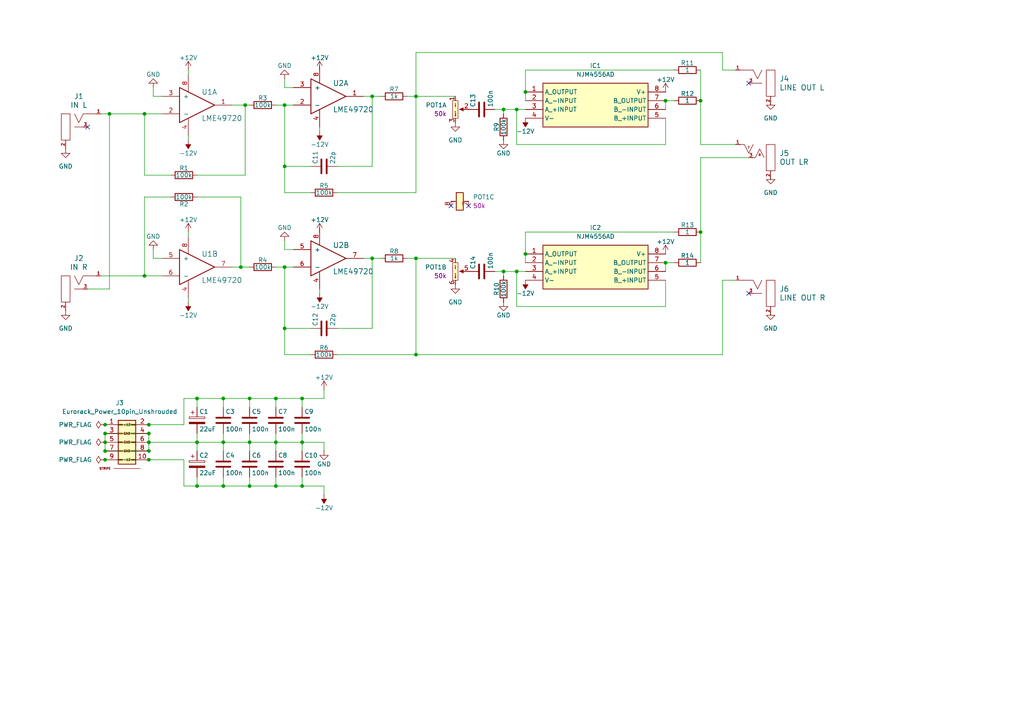
<source format=kicad_sch>
(kicad_sch (version 20231120) (generator "eeschema") (generator_version "8.0")
  (paper "A4")
  (lib_symbols
    (symbol "Device:C" (pin_numbers hide) (pin_names (offset 0.254))
      (property "Reference" "C" (at 0.635 2.54 0))
      (property "Value" "C" (at 0.635 -2.54 0))
      (symbol "C_0_1"
        (polyline (pts (xy -2.032 -0.762) (xy 2.032 -0.762)) (stroke (width 0.508)))
        (polyline (pts (xy -2.032 0.762) (xy 2.032 0.762)) (stroke (width 0.508)))
      )
      (symbol "C_1_1"
        (pin passive line (at 0 3.81 270) (length 2.794) (name "~") (number "1"))
        (pin passive line (at 0 -3.81 90) (length 2.794) (name "~") (number "2"))
      )
    )
    (symbol "Device:C_Polarized" (pin_numbers hide) (pin_names (offset 0.254))
      (property "Reference" "C" (at 0.635 2.54 0))
      (property "Value" "C_Polarized" (at 0.635 -2.54 0))
      (symbol "C_Polarized_0_1"
        (rectangle (start -2.286 0.508) (end 2.286 1.016))
        (polyline (pts (xy -1.778 2.286) (xy -0.762 2.286)))
        (polyline (pts (xy -1.27 2.794) (xy -1.27 1.778)))
        (rectangle (start 2.286 -0.508) (end -2.286 -1.016) (fill (type outline)))
      )
      (symbol "C_Polarized_1_1"
        (pin passive line (at 0 3.81 270) (length 2.794) (name "~") (number "1"))
        (pin passive line (at 0 -3.81 90) (length 2.794) (name "~") (number "2"))
      )
    )
    (symbol "Device:R" (pin_numbers hide) (pin_names (offset 0))
      (property "Reference" "R" (at 2.032 0 90))
      (property "Value" "R" (at 0 0 90))
      (symbol "R_0_1"
        (rectangle (start -1.016 -2.54) (end 1.016 2.54) (stroke (width 0.254)))
      )
      (symbol "R_1_1"
        (pin passive line (at 0 3.81 270) (length 1.27) (name "~") (number "1"))
        (pin passive line (at 0 -3.81 90) (length 1.27) (name "~") (number "2"))
      )
    )
    (symbol "Library:NJM4556AV-TE1"
      (property "Reference" "IC" (at 36.83 7.62 0))
      (property "Value" "NJM4556AV-TE1" (at 36.83 5.08 0))
      (symbol "NJM4556AV-TE1_1_1"
        (rectangle (start 5.08 2.54) (end 35.56 -10.16) (stroke (width 0.254)) (fill (type background)))
        (pin passive line (at 0 0 0) (length 5.08) (name "A_OUTPUT") (number "1"))
        (pin passive line (at 0 -2.54 0) (length 5.08) (name "A_-INPUT") (number "2"))
        (pin passive line (at 0 -5.08 0) (length 5.08) (name "A_+INPUT") (number "3"))
        (pin passive line (at 0 -7.62 0) (length 5.08) (name "V-") (number "4"))
        (pin passive line (at 40.64 -7.62 180) (length 5.08) (name "B_+INPUT") (number "5"))
        (pin passive line (at 40.64 -5.08 180) (length 5.08) (name "B_-INPUT") (number "6"))
        (pin passive line (at 40.64 -2.54 180) (length 5.08) (name "B_OUTPUT") (number "7"))
        (pin passive line (at 40.64 0 180) (length 5.08) (name "V+") (number "8"))
      )
    )
    (symbol "PCM_4ms_Connector:Eurorack_Power_10pin_Unshrouded" (pin_names (offset 0.0254) hide)
      (property "Reference" "J" (at 0 3.81 0))
      (property "Value" "Eurorack_Power_10pin_Unshrouded" (at 0 6.35 0))
      (symbol "Eurorack_Power_10pin_Unshrouded_0_0"
        (text "+12" (at 0 1.27 0) (effects (font (size 0.635 0.635))))
        (text "-12" (at 0 -8.89 0) (effects (font (size 0.635 0.635))))
        (text "GND" (at 0 -6.35 0) (effects (font (size 0.635 0.635))))
        (text "GND" (at 0 -3.81 0) (effects (font (size 0.635 0.635))))
        (text "GND" (at 0 -1.27 0) (effects (font (size 0.635 0.635))))
        (text "STRIPE" (at -6.35 -11.43 0) (effects (font (size 0.635 0.635))))
      )
      (symbol "Eurorack_Power_10pin_Unshrouded_0_1"
        (rectangle (start -2.54 -10.16) (end 2.54 2.54) (stroke (width 0.254)) (fill (type background)))
        (rectangle (start -2.54 -8.763) (end -1.27 -9.017))
        (rectangle (start -2.54 -6.223) (end -1.27 -6.477))
        (rectangle (start -2.54 -3.683) (end -1.27 -3.937))
        (rectangle (start -2.54 -1.143) (end -1.27 -1.397))
        (rectangle (start -2.54 1.397) (end -1.27 1.143))
        (polyline (pts (xy -3.81 -11.43) (xy 3.81 -11.43) (xy 1.27 -11.43)))
        (rectangle (start 1.27 -8.763) (end 2.54 -9.017))
        (rectangle (start 1.27 -6.223) (end 2.54 -6.477))
        (rectangle (start 1.27 -3.683) (end 2.54 -3.937))
        (rectangle (start 1.27 -1.143) (end 2.54 -1.397))
        (rectangle (start 1.27 1.397) (end 2.54 1.143))
      )
      (symbol "Eurorack_Power_10pin_Unshrouded_1_1"
        (pin passive line (at -6.35 1.27 0) (length 3.81) (name "+12V") (number "1"))
        (pin passive line (at 6.35 -8.89 180) (length 3.81) (name "-12V") (number "10"))
        (pin passive line (at 6.35 1.27 180) (length 3.81) (name "+12V") (number "2"))
        (pin passive line (at -6.35 -1.27 0) (length 3.81) (name "GND") (number "3"))
        (pin passive line (at 6.35 -1.27 180) (length 3.81) (name "GND") (number "4"))
        (pin passive line (at -6.35 -3.81 0) (length 3.81) (name "GND") (number "5"))
        (pin passive line (at 6.35 -3.81 180) (length 3.81) (name "GND") (number "6"))
        (pin passive line (at -6.35 -6.35 0) (length 3.81) (name "GND") (number "7"))
        (pin passive line (at 6.35 -6.35 180) (length 3.81) (name "GND") (number "8"))
        (pin passive line (at -6.35 -8.89 0) (length 3.81) (name "-12V") (number "9"))
      )
    )
    (symbol "PCM_4ms_Jack:3.5mm_Mono_Switched_sm" (pin_names (offset 0) hide)
      (property "Reference" "J" (at -7.62 8.89 0))
      (property "Value" "3.5mm_Mono_Switched_sm" (at 6.35 6.604 0))
      (symbol "3.5mm_Mono_Switched_sm_0_0"
        (rectangle (start -6.35 5.08) (end -3.81 -2.54))
        (polyline (pts (xy -2.54 1.27) (xy 0 1.27)))
        (polyline (pts (xy -2.54 5.08) (xy -1.27 2.54) (xy 0 5.08) (xy 3.81 5.08)))
      )
      (symbol "3.5mm_Mono_Switched_sm_1_1"
        (pin passive line (at 5.08 5.08 180) (length 1.27) (name "SIG") (number "1"))
        (pin passive line (at -5.08 -5.08 90) (length 2.54) (name "SHEILD") (number "2"))
        (pin passive line (at 1.27 1.27 180) (length 1.27) (name "SW") (number "3"))
      )
    )
    (symbol "PCM_4ms_Jack:3.5mm_Stereo_sm" (pin_names (offset 0) hide)
      (property "Reference" "J" (at -6.35 8.89 0))
      (property "Value" "3.5mm_Stereo_sm" (at -6.35 6.35 0))
      (symbol "3.5mm_Stereo_sm_0_0"
        (rectangle (start -6.35 3.81) (end -3.81 -3.81))
        (polyline (pts (xy 0 3.81) (xy 1.27 1.27) (xy 2.54 3.81) (xy 3.937 3.81)))
        (text "R" (at -1.905 0.762 0) (effects (font (size 0.635 0.635))))
        (text "T" (at 1.27 2.921 0) (effects (font (size 0.635 0.635))))
      )
      (symbol "3.5mm_Stereo_sm_1_1"
        (polyline (pts (xy -3.175 0) (xy -1.905 2.54) (xy -0.635 0) (xy 0.762 0)))
        (pin passive line (at 5.08 3.81 180) (length 1.27) (name "SIG") (number "1"))
        (pin passive line (at -5.08 -6.35 90) (length 2.54) (name "SHEILD") (number "2"))
        (pin passive line (at 1.27 0 180) (length 1.27) (name "SW") (number "3"))
      )
    )
    (symbol "PCM_4ms_Potentiometer:9mm_Dual_50k_DShaft_DualRow" (pin_names (offset 1.016) hide)
      (property "Reference" "POT" (at -7.62 2.54 90))
      (property "Display" "50k" (at 0 0 0))
      (symbol "9mm_Dual_50k_DShaft_DualRow_1_1"
        (rectangle (start -0.762 2.54) (end 0.762 -2.54) (fill (type background)))
        (polyline (pts (xy 2.54 0) (xy 1.524 0)))
        (polyline (pts (xy 1.143 0) (xy 2.286 0.508) (xy 2.286 -0.508)) (fill (type outline)))
        (text "Left/1" (at 0 1.27 900) (effects (font (size 0.254 0.254))))
        (text "Right/3" (at 0 -1.27 900) (effects (font (size 0.254 0.254))))
        (pin passive line (at 0 3.81 270) (length 1.27) (name "Left") (number "1"))
        (pin passive line (at 3.81 0 180) (length 1.27) (name "Center") (number "2"))
        (pin passive line (at 0 -3.81 90) (length 1.27) (name "Right") (number "3"))
      )
      (symbol "9mm_Dual_50k_DShaft_DualRow_2_1"
        (rectangle (start -0.762 2.54) (end 0.762 -2.54) (fill (type background)))
        (polyline (pts (xy 2.54 0) (xy 1.524 0)))
        (polyline (pts (xy 1.143 0) (xy 2.286 0.508) (xy 2.286 -0.508)) (fill (type outline)))
        (text "Left/1" (at 0 1.27 900) (effects (font (size 0.254 0.254))))
        (text "Right/3" (at 0 -1.27 900) (effects (font (size 0.254 0.254))))
        (pin passive line (at 0 3.81 270) (length 1.27) (name "Left") (number "4"))
        (pin passive line (at 3.81 0 180) (length 1.27) (name "Center") (number "5"))
        (pin passive line (at 0 -3.81 90) (length 1.27) (name "Right") (number "6"))
      )
      (symbol "9mm_Dual_50k_DShaft_DualRow_3_1"
        (rectangle (start -2.54 1.27) (end -1.27 1.27) (stroke (width 0.254)))
        (rectangle (start 1.016 3.81) (end -1.016 -1.27) (stroke (width 0.254)) (fill (type background)))
        (rectangle (start 1.27 1.27) (end 2.54 1.27) (stroke (width 0.254)))
        (pin passive line (at 2.54 0 90) (length 1.27) (name "SHELL-2") (number "7"))
        (pin passive line (at -2.54 0 90) (length 1.27) (name "SHELL-1") (number "8"))
      )
    )
    (symbol "lme49720:LME49720" (pin_names (offset 1.016))
      (property "Reference" "U" (at 3.81 3.81 0))
      (property "Value" "LME49720" (at 3.81 -3.81 0))
      (symbol "LME49720_0_1"
        (polyline (pts (xy 7.62 0) (xy -2.54 -5.08) (xy -2.54 5.08) (xy 7.62 0)) (stroke (width 0.254)))
        (pin power_in line (at 0 -8.89 90) (length 5.08) (name "~") (number "4"))
        (pin power_in line (at 0 8.89 270) (length 5.08) (name "~") (number "8"))
      )
      (symbol "LME49720_1_1"
        (pin output line (at 12.7 0 180) (length 5.08) (name "~") (number "1"))
        (pin input line (at -7.62 -2.54 0) (length 5.08) (name "-") (number "2"))
        (pin input line (at -7.62 2.54 0) (length 5.08) (name "+") (number "3"))
      )
      (symbol "LME49720_2_1"
        (pin input line (at -7.62 2.54 0) (length 5.08) (name "+") (number "5"))
        (pin input line (at -7.62 -2.54 0) (length 5.08) (name "-") (number "6"))
        (pin output line (at 12.7 0 180) (length 5.08) (name "~") (number "7"))
      )
    )
    (symbol "power:+12V" (power) (pin_numbers hide) (pin_names (offset 0) hide)
      (property "Value" "+12V" (at 0 3.556 0))
      (symbol "+12V_0_1"
        (polyline (pts (xy -0.762 1.27) (xy 0 2.54)))
        (polyline (pts (xy 0 0) (xy 0 2.54)))
        (polyline (pts (xy 0 2.54) (xy 0.762 1.27)))
      )
      (symbol "+12V_1_1"
        (pin power_in line (at 0 0 90) (length 0) (name "~") (number "1"))
      )
    )
    (symbol "power:-12V" (power) (pin_numbers hide) (pin_names (offset 0) hide)
      (property "Value" "-12V" (at 0 3.556 0))
      (symbol "-12V_0_0"
        (pin power_in line (at 0 0 90) (length 0) (name "~") (number "1"))
      )
      (symbol "-12V_0_1"
        (polyline (pts (xy 0 0) (xy 0 1.27) (xy 0.762 1.27) (xy 0 2.54) (xy -0.762 1.27) (xy 0 1.27)) (fill (type outline)))
      )
    )
    (symbol "power:GND" (power) (pin_numbers hide) (pin_names (offset 0) hide)
      (property "Value" "GND" (at 0 -3.81 0))
      (symbol "GND_0_1"
        (polyline (pts (xy 0 0) (xy 0 -1.27) (xy 1.27 -1.27) (xy 0 -2.54) (xy -1.27 -1.27) (xy 0 -1.27)))
      )
      (symbol "GND_1_1"
        (pin power_in line (at 0 0 270) (length 0) (name "~") (number "1"))
      )
    )
    (symbol "power:PWR_FLAG" (power) (pin_numbers hide) (pin_names (offset 0) hide)
      (property "Value" "PWR_FLAG" (at 0 3.81 0))
      (symbol "PWR_FLAG_0_0"
        (pin power_out line (at 0 0 90) (length 0) (name "~") (number "1"))
      )
      (symbol "PWR_FLAG_0_1"
        (polyline (pts (xy 0 0) (xy 0 1.27) (xy -1.016 1.905) (xy 0 2.54) (xy 1.016 1.905) (xy 0 1.27)))
      )
    )
  )
  (junction (at 149.86 78.74))
  (junction (at 71.12 30.48))
  (junction (at 57.15 140.97))
  (junction (at 64.77 115.57))
  (junction (at 107.95 27.94))
  (junction (at 30.48 130.81))
  (junction (at 43.18 125.73))
  (junction (at 57.15 115.57))
  (junction (at 80.01 128.27))
  (junction (at 120.65 74.93))
  (junction (at 82.55 95.25))
  (junction (at 64.77 128.27))
  (junction (at 43.18 133.35))
  (junction (at 203.2 29.21))
  (junction (at 30.48 123.19))
  (junction (at 146.05 31.75))
  (junction (at 87.63 128.27))
  (junction (at 43.18 128.27))
  (junction (at 203.2 67.31))
  (junction (at 80.01 115.57))
  (junction (at 30.48 133.35))
  (junction (at 120.65 102.87))
  (junction (at 82.55 48.26))
  (junction (at 120.65 27.94))
  (junction (at 146.05 78.74))
  (junction (at 87.63 115.57))
  (junction (at 82.55 30.48))
  (junction (at 69.85 77.47))
  (junction (at 149.86 31.75))
  (junction (at 152.4 26.67))
  (junction (at 80.01 140.97))
  (junction (at 87.63 140.97))
  (junction (at 41.91 33.02))
  (junction (at 193.04 76.2))
  (junction (at 82.55 77.47))
  (junction (at 72.39 115.57))
  (junction (at 64.77 140.97))
  (junction (at 72.39 128.27))
  (junction (at 152.4 73.66))
  (junction (at 193.04 29.21))
  (junction (at 30.48 125.73))
  (junction (at 107.95 74.93))
  (junction (at 41.91 80.01))
  (junction (at 30.48 128.27))
  (junction (at 43.18 123.19))
  (junction (at 43.18 130.81))
  (junction (at 57.15 128.27))
  (junction (at 31.75 33.02))
  (junction (at 72.39 140.97))
  (no_connect (at 217.17 85.09))
  (no_connect (at 25.4 36.83))
  (no_connect (at 130.81 59.69))
  (no_connect (at 217.17 24.13))
  (no_connect (at 135.89 59.69))
  (wire (pts (xy 43.18 123.19) (xy 53.34 123.19)))
  (wire (pts (xy 203.2 20.32) (xy 203.2 29.21)))
  (wire (pts (xy 152.4 26.67) (xy 152.4 29.21)))
  (wire (pts (xy 53.34 115.57) (xy 57.15 115.57)))
  (wire (pts (xy 64.77 115.57) (xy 64.77 118.11)))
  (wire (pts (xy 80.01 125.73) (xy 80.01 128.27)))
  (wire (pts (xy 149.86 78.74) (xy 152.4 78.74)))
  (wire (pts (xy 80.01 128.27) (xy 87.63 128.27)))
  (wire (pts (xy 209.55 81.28) (xy 213.36 81.28)))
  (wire (pts (xy 44.45 25.4) (xy 44.45 27.94)))
  (wire (pts (xy 193.04 76.2) (xy 195.58 76.2)))
  (wire (pts (xy 193.04 78.74) (xy 193.04 76.2)))
  (wire (pts (xy 120.65 27.94) (xy 132.08 27.94)))
  (wire (pts (xy 57.15 128.27) (xy 64.77 128.27)))
  (wire (pts (xy 82.55 95.25) (xy 82.55 102.87)))
  (wire (pts (xy 43.18 125.73) (xy 43.18 128.27)))
  (wire (pts (xy 120.65 27.94) (xy 120.65 15.24)))
  (wire (pts (xy 57.15 128.27) (xy 57.15 130.81)))
  (wire (pts (xy 69.85 77.47) (xy 72.39 77.47)))
  (wire (pts (xy 209.55 20.32) (xy 213.36 20.32)))
  (wire (pts (xy 64.77 140.97) (xy 72.39 140.97)))
  (wire (pts (xy 82.55 72.39) (xy 85.09 72.39)))
  (wire (pts (xy 120.65 55.88) (xy 97.79 55.88)))
  (wire (pts (xy 193.04 29.21) (xy 195.58 29.21)))
  (wire (pts (xy 120.65 15.24) (xy 209.55 15.24)))
  (wire (pts (xy 149.86 31.75) (xy 152.4 31.75)))
  (wire (pts (xy 80.01 140.97) (xy 87.63 140.97)))
  (wire (pts (xy 203.2 67.31) (xy 203.2 76.2)))
  (wire (pts (xy 43.18 128.27) (xy 57.15 128.27)))
  (wire (pts (xy 82.55 102.87) (xy 90.17 102.87)))
  (wire (pts (xy 69.85 77.47) (xy 69.85 57.15)))
  (wire (pts (xy 209.55 102.87) (xy 209.55 81.28)))
  (wire (pts (xy 118.11 74.93) (xy 120.65 74.93)))
  (wire (pts (xy 53.34 140.97) (xy 57.15 140.97)))
  (wire (pts (xy 82.55 55.88) (xy 90.17 55.88)))
  (wire (pts (xy 30.48 133.35) (xy 43.18 133.35)))
  (wire (pts (xy 93.98 140.97) (xy 93.98 143.51)))
  (wire (pts (xy 92.71 36.83) (xy 92.71 38.1)))
  (wire (pts (xy 41.91 33.02) (xy 46.99 33.02)))
  (wire (pts (xy 30.48 123.19) (xy 43.18 123.19)))
  (wire (pts (xy 30.48 125.73) (xy 30.48 128.27)))
  (wire (pts (xy 92.71 20.32) (xy 92.71 19.05)))
  (wire (pts (xy 57.15 140.97) (xy 64.77 140.97)))
  (wire (pts (xy 30.48 128.27) (xy 43.18 128.27)))
  (wire (pts (xy 107.95 74.93) (xy 110.49 74.93)))
  (wire (pts (xy 149.86 88.9) (xy 193.04 88.9)))
  (wire (pts (xy 87.63 128.27) (xy 87.63 130.81)))
  (wire (pts (xy 41.91 57.15) (xy 49.53 57.15)))
  (wire (pts (xy 31.75 33.02) (xy 41.91 33.02)))
  (wire (pts (xy 54.61 39.37) (xy 54.61 40.64)))
  (wire (pts (xy 80.01 138.43) (xy 80.01 140.97)))
  (wire (pts (xy 31.75 83.82) (xy 25.4 83.82)))
  (wire (pts (xy 107.95 95.25) (xy 107.95 74.93)))
  (wire (pts (xy 223.52 50.8) (xy 223.52 52.07)))
  (wire (pts (xy 64.77 125.73) (xy 64.77 128.27)))
  (wire (pts (xy 143.51 31.75) (xy 146.05 31.75)))
  (wire (pts (xy 72.39 128.27) (xy 80.01 128.27)))
  (wire (pts (xy 43.18 128.27) (xy 43.18 130.81)))
  (wire (pts (xy 64.77 128.27) (xy 64.77 130.81)))
  (wire (pts (xy 71.12 30.48) (xy 72.39 30.48)))
  (wire (pts (xy 82.55 25.4) (xy 85.09 25.4)))
  (wire (pts (xy 193.04 31.75) (xy 193.04 29.21)))
  (wire (pts (xy 118.11 27.94) (xy 120.65 27.94)))
  (wire (pts (xy 97.79 48.26) (xy 107.95 48.26)))
  (wire (pts (xy 90.17 95.25) (xy 82.55 95.25)))
  (wire (pts (xy 193.04 41.91) (xy 193.04 34.29)))
  (wire (pts (xy 146.05 78.74) (xy 146.05 80.01)))
  (wire (pts (xy 203.2 45.72) (xy 217.17 45.72)))
  (wire (pts (xy 67.31 77.47) (xy 69.85 77.47)))
  (wire (pts (xy 72.39 128.27) (xy 72.39 130.81)))
  (wire (pts (xy 67.31 30.48) (xy 71.12 30.48)))
  (wire (pts (xy 152.4 67.31) (xy 195.58 67.31)))
  (wire (pts (xy 80.01 128.27) (xy 80.01 130.81)))
  (wire (pts (xy 69.85 57.15) (xy 57.15 57.15)))
  (wire (pts (xy 90.17 48.26) (xy 82.55 48.26)))
  (wire (pts (xy 64.77 115.57) (xy 72.39 115.57)))
  (wire (pts (xy 203.2 41.91) (xy 213.36 41.91)))
  (wire (pts (xy 82.55 48.26) (xy 82.55 55.88)))
  (wire (pts (xy 44.45 72.39) (xy 44.45 74.93)))
  (wire (pts (xy 31.75 33.02) (xy 31.75 83.82)))
  (wire (pts (xy 80.01 115.57) (xy 87.63 115.57)))
  (wire (pts (xy 120.65 74.93) (xy 120.65 102.87)))
  (wire (pts (xy 30.48 130.81) (xy 43.18 130.81)))
  (wire (pts (xy 152.4 20.32) (xy 152.4 26.67)))
  (wire (pts (xy 146.05 31.75) (xy 149.86 31.75)))
  (wire (pts (xy 57.15 125.73) (xy 57.15 128.27)))
  (wire (pts (xy 92.71 83.82) (xy 92.71 85.09)))
  (wire (pts (xy 72.39 140.97) (xy 80.01 140.97)))
  (wire (pts (xy 107.95 27.94) (xy 110.49 27.94)))
  (wire (pts (xy 87.63 115.57) (xy 87.63 118.11)))
  (wire (pts (xy 105.41 74.93) (xy 107.95 74.93)))
  (wire (pts (xy 41.91 33.02) (xy 41.91 50.8)))
  (wire (pts (xy 87.63 125.73) (xy 87.63 128.27)))
  (wire (pts (xy 80.01 77.47) (xy 82.55 77.47)))
  (wire (pts (xy 72.39 115.57) (xy 80.01 115.57)))
  (wire (pts (xy 29.21 80.01) (xy 41.91 80.01)))
  (wire (pts (xy 152.4 20.32) (xy 195.58 20.32)))
  (wire (pts (xy 143.51 78.74) (xy 146.05 78.74)))
  (wire (pts (xy 193.04 88.9) (xy 193.04 81.28)))
  (wire (pts (xy 82.55 30.48) (xy 85.09 30.48)))
  (wire (pts (xy 120.65 102.87) (xy 209.55 102.87)))
  (wire (pts (xy 82.55 30.48) (xy 82.55 48.26)))
  (wire (pts (xy 203.2 29.21) (xy 203.2 41.91)))
  (wire (pts (xy 82.55 69.85) (xy 82.55 72.39)))
  (wire (pts (xy 53.34 133.35) (xy 53.34 140.97)))
  (wire (pts (xy 54.61 20.32) (xy 54.61 21.59)))
  (wire (pts (xy 223.52 90.17) (xy 223.52 91.44)))
  (wire (pts (xy 223.52 29.21) (xy 223.52 30.48)))
  (wire (pts (xy 30.48 125.73) (xy 43.18 125.73)))
  (wire (pts (xy 57.15 138.43) (xy 57.15 140.97)))
  (wire (pts (xy 43.18 133.35) (xy 53.34 133.35)))
  (wire (pts (xy 44.45 27.94) (xy 46.99 27.94)))
  (wire (pts (xy 71.12 50.8) (xy 57.15 50.8)))
  (wire (pts (xy 41.91 80.01) (xy 41.91 57.15)))
  (wire (pts (xy 92.71 67.31) (xy 92.71 66.04)))
  (wire (pts (xy 149.86 41.91) (xy 193.04 41.91)))
  (wire (pts (xy 203.2 45.72) (xy 203.2 67.31)))
  (wire (pts (xy 146.05 31.75) (xy 146.05 33.02)))
  (wire (pts (xy 54.61 67.31) (xy 54.61 68.58)))
  (wire (pts (xy 87.63 115.57) (xy 93.98 115.57)))
  (wire (pts (xy 87.63 140.97) (xy 93.98 140.97)))
  (wire (pts (xy 57.15 115.57) (xy 64.77 115.57)))
  (wire (pts (xy 82.55 77.47) (xy 82.55 95.25)))
  (wire (pts (xy 41.91 80.01) (xy 46.99 80.01)))
  (wire (pts (xy 93.98 115.57) (xy 93.98 113.03)))
  (wire (pts (xy 149.86 88.9) (xy 149.86 78.74)))
  (wire (pts (xy 49.53 50.8) (xy 41.91 50.8)))
  (wire (pts (xy 71.12 30.48) (xy 71.12 50.8)))
  (wire (pts (xy 64.77 138.43) (xy 64.77 140.97)))
  (wire (pts (xy 82.55 22.86) (xy 82.55 25.4)))
  (wire (pts (xy 80.01 30.48) (xy 82.55 30.48)))
  (wire (pts (xy 72.39 140.97) (xy 72.39 138.43)))
  (wire (pts (xy 57.15 115.57) (xy 57.15 118.11)))
  (wire (pts (xy 87.63 128.27) (xy 93.98 128.27)))
  (wire (pts (xy 44.45 74.93) (xy 46.99 74.93)))
  (wire (pts (xy 80.01 115.57) (xy 80.01 118.11)))
  (wire (pts (xy 82.55 77.47) (xy 85.09 77.47)))
  (wire (pts (xy 152.4 67.31) (xy 152.4 73.66)))
  (wire (pts (xy 30.48 128.27) (xy 30.48 130.81)))
  (wire (pts (xy 120.65 74.93) (xy 132.08 74.93)))
  (wire (pts (xy 149.86 41.91) (xy 149.86 31.75)))
  (wire (pts (xy 97.79 95.25) (xy 107.95 95.25)))
  (wire (pts (xy 72.39 115.57) (xy 72.39 118.11)))
  (wire (pts (xy 29.21 33.02) (xy 31.75 33.02)))
  (wire (pts (xy 209.55 15.24) (xy 209.55 20.32)))
  (wire (pts (xy 105.41 27.94) (xy 107.95 27.94)))
  (wire (pts (xy 93.98 128.27) (xy 93.98 130.81)))
  (wire (pts (xy 87.63 138.43) (xy 87.63 140.97)))
  (wire (pts (xy 146.05 78.74) (xy 149.86 78.74)))
  (wire (pts (xy 152.4 73.66) (xy 152.4 76.2)))
  (wire (pts (xy 53.34 123.19) (xy 53.34 115.57)))
  (wire (pts (xy 54.61 86.36) (xy 54.61 87.63)))
  (wire (pts (xy 107.95 48.26) (xy 107.95 27.94)))
  (wire (pts (xy 64.77 128.27) (xy 72.39 128.27)))
  (wire (pts (xy 120.65 27.94) (xy 120.65 55.88)))
  (wire (pts (xy 97.79 102.87) (xy 120.65 102.87)))
  (wire (pts (xy 72.39 125.73) (xy 72.39 128.27)))
  (symbol (lib_id "power:+12V") (at 54.61 20.32 0) (unit 1)
    (property "Reference" "#PWR05" (effects (hide yes)))
    (property "Value" "+12V" (at 54.61 16.764 0))
    (property "Description" "Power symbol creates a global label with name \"+12V\"" (effects (hide yes)))
  )
  (symbol (lib_id "power:GND") (at 44.45 25.4 180) (unit 1)
    (property "Reference" "#PWR03" (effects (hide yes)))
    (property "Value" "GND" (at 44.45 21.59 0))
    (property "Description" "Power symbol creates a global label with name \"GND\" , ground" (effects (hide yes)))
  )
  (symbol (lib_id "PCM_4ms_Jack:3.5mm_Mono_Switched_sm") (at 24.13 38.1 0) (unit 1)
    (property "Reference" "J1" (at 22.86 27.94 0) (effects (font (size 1.524 1.524))))
    (property "Value" "IN L" (at 22.86 30.48 0) (effects (font (size 1.524 1.524))))
    (property "Footprint" "Library:EighthInch_PJ398SM_3mmNPTH" (effects (hide yes)))
    (property "Description" "Audio 3.5mm Jack, mono, switched, PC-pin Vertical" (effects (hide yes)))
    (property "Specifications" "Audio 3.5mm Jack, mono, switched, PC-pin Vertical" (effects (hide yes)))
    (property "Manufacturer" "Wenzhou QingPu Electronics Co" (effects (hide yes)))
    (property "Part Number" "WQP-WQP518MA" (effects (hide yes)))
  )
  (symbol (lib_id "Device:R") (at 93.98 102.87 90) (unit 1)
    (property "Reference" "R6" (at 93.98 100.838 90))
    (property "Value" "100k" (at 93.98 102.87 90))
    (property "Footprint" "Resistor_THT:R_Axial_DIN0204_L3.6mm_D1.6mm_P5.08mm_Horizontal" (effects (hide yes)))
  )
  (symbol (lib_id "power:GND") (at 93.98 130.81 0) (unit 1)
    (property "Reference" "#PWR016" (effects (hide yes)))
    (property "Value" "GND" (at 93.98 134.62 0))
    (property "Description" "Power symbol creates a global label with name \"GND\" , ground" (effects (hide yes)))
  )
  (symbol (lib_id "power:-12V") (at 93.98 143.51 180) (unit 1)
    (property "Reference" "#PWR017" (effects (hide yes)))
    (property "Value" "-12V" (at 93.98 147.32 0))
    (property "Description" "Power symbol creates a global label with name \"-12V\"" (effects (hide yes)))
  )
  (symbol (lib_id "power:GND") (at 132.08 82.55 0) (unit 1)
    (property "Reference" "#PWR019" (effects (hide yes)))
    (property "Value" "GND" (at 132.08 87.63 0))
    (property "Description" "Power symbol creates a global label with name \"GND\" , ground" (effects (hide yes)))
  )
  (symbol (lib_id "power:GND") (at 82.55 22.86 180) (unit 1)
    (property "Reference" "#PWR09" (effects (hide yes)))
    (property "Value" "GND" (at 82.55 19.05 0))
    (property "Description" "Power symbol creates a global label with name \"GND\" , ground" (effects (hide yes)))
  )
  (symbol (lib_id "Device:C") (at 72.39 134.62 0) (unit 1)
    (property "Reference" "C6" (at 73.025 132.08 0) (effects (justify left)))
    (property "Value" "100n" (at 73.025 137.16 0) (effects (justify left)))
    (property "Footprint" "Capacitor_THT:C_Disc_D3.0mm_W1.6mm_P2.50mm" (effects (hide yes)))
    (property "Description" "100n" (effects (hide yes)))
    (property "Silkscreen Value" "104▼" (effects (hide yes)))
  )
  (symbol (lib_id "power:+12V") (at 92.71 67.31 0) (unit 1)
    (property "Reference" "#PWR013" (effects (hide yes)))
    (property "Value" "+12V" (at 92.71 63.754 0))
    (property "Description" "Power symbol creates a global label with name \"+12V\"" (effects (hide yes)))
  )
  (symbol (lib_id "Device:R") (at 146.05 83.82 180) (unit 1)
    (property "Reference" "R10" (at 144.018 83.82 90))
    (property "Value" "100k" (at 146.05 83.82 90))
    (property "Footprint" "Resistor_THT:R_Axial_DIN0204_L3.6mm_D1.6mm_P5.08mm_Horizontal" (effects (hide yes)))
  )
  (symbol (lib_id "power:GND") (at 19.05 43.18 0) (unit 1)
    (property "Reference" "#PWR01" (effects (hide yes)))
    (property "Value" "GND" (at 19.05 48.26 0))
    (property "Description" "Power symbol creates a global label with name \"GND\" , ground" (effects (hide yes)))
  )
  (symbol (lib_id "power:+12V") (at 93.98 113.03 0) (unit 1)
    (property "Reference" "#PWR015" (effects (hide yes)))
    (property "Value" "+12V" (at 93.98 109.474 0))
    (property "Description" "Power symbol creates a global label with name \"+12V\"" (effects (hide yes)))
  )
  (symbol (lib_id "Device:C") (at 93.98 48.26 90) (unit 1)
    (property "Reference" "C11" (at 91.44 47.625 0) (effects (justify left)))
    (property "Value" "22p" (at 96.52 47.625 0) (effects (justify left)))
    (property "Footprint" "Capacitor_THT:C_Disc_D3.0mm_W1.6mm_P2.50mm" (effects (hide yes)))
    (property "Description" "22p" (effects (hide yes)))
    (property "Silkscreen Value" "▼220" (effects (hide yes)))
  )
  (symbol (lib_id "power:PWR_FLAG") (at 30.48 133.35 90) (unit 1)
    (property "Reference" "#FLG03" (effects (hide yes)))
    (property "Value" "PWR_FLAG" (at 26.67 133.3499 90) (effects (justify left)))
    (property "Description" "Special symbol for telling ERC where power comes from" (effects (hide yes)))
  )
  (symbol (lib_id "PCM_4ms_Potentiometer:9mm_Dual_50k_DShaft_DualRow") (at 133.35 59.69 0) (unit 3)
    (property "Reference" "POT1" (at 137.16 57.1499 0) (effects (justify left)))
    (property "Value" "9mm_Dual_50k_DShaft_DualRow" (effects (hide yes)))
    (property "Footprint" "PCM_4ms_Potentiometer:Potentiometer_Alps_RK09L_Double_Vertical" (effects (hide yes)))
    (property "Description" "50k Linear, 9mm pot, Dual, D-Shaft, Dual Row" (effects (hide yes)))
    (property "Specifications" "50k Linear, 9mm pot, Dual, D-Shaft, Dual Row" (effects (hide yes)))
    (property "Manufacturer" "Top-Up" (effects (hide yes)))
    (property "Part Number" "9M2V5BNB-D-15F-B50K-19WE" (effects (hide yes)))
    (property "Display" "50k" (at 137.16 59.6899 0) (effects (justify left)))
  )
  (symbol (lib_id "power:-12V") (at 92.71 38.1 180) (unit 1)
    (property "Reference" "#PWR012" (effects (hide yes)))
    (property "Value" "-12V" (at 92.71 41.91 0))
    (property "Description" "Power symbol creates a global label with name \"-12V\"" (effects (hide yes)))
  )
  (symbol (lib_id "lme49720:LME49720") (at 92.71 74.93 0) (unit 2)
    (property "Reference" "U2" (at 96.52 71.12 0) (effects (font (size 1.524 1.524)) (justify left)))
    (property "Value" "LME49720" (at 96.52 78.74 0) (effects (font (size 1.524 1.524)) (justify left)))
    (property "Footprint" "Package_DIP:DIP-8_W7.62mm_Socket" (effects (hide yes)))
  )
  (symbol (lib_id "Device:C") (at 87.63 121.92 0) (unit 1)
    (property "Reference" "C9" (at 88.265 119.38 0) (effects (justify left)))
    (property "Value" "100n" (at 88.265 124.46 0) (effects (justify left)))
    (property "Footprint" "Capacitor_THT:C_Disc_D3.0mm_W1.6mm_P2.50mm" (effects (hide yes)))
    (property "Description" "100n" (effects (hide yes)))
    (property "Silkscreen Value" "104▶" (effects (hide yes)))
  )
  (symbol (lib_id "power:PWR_FLAG") (at 30.48 123.19 90) (unit 1)
    (property "Reference" "#FLG01" (effects (hide yes)))
    (property "Value" "PWR_FLAG" (at 26.67 123.1899 90) (effects (justify left)))
    (property "Description" "Special symbol for telling ERC where power comes from" (effects (hide yes)))
  )
  (symbol (lib_id "PCM_4ms_Potentiometer:9mm_Dual_50k_DShaft_DualRow") (at 132.08 31.75 0) (unit 1)
    (property "Reference" "POT1" (at 129.54 30.4799 0) (effects (justify right)))
    (property "Value" "9mm_Dual_50k_DShaft_DualRow" (effects (hide yes)))
    (property "Footprint" "PCM_4ms_Potentiometer:Potentiometer_Alps_RK09L_Double_Vertical" (effects (hide yes)))
    (property "Description" "50k Linear, 9mm pot, Dual, D-Shaft, Dual Row" (effects (hide yes)))
    (property "Specifications" "50k Linear, 9mm pot, Dual, D-Shaft, Dual Row" (effects (hide yes)))
    (property "Manufacturer" "Top-Up" (effects (hide yes)))
    (property "Part Number" "9M2V5BNB-D-15F-B50K-19WE" (effects (hide yes)))
    (property "Display" "50k" (at 129.54 33.0199 0) (effects (justify right)))
  )
  (symbol (lib_id "Device:R") (at 114.3 74.93 90) (unit 1)
    (property "Reference" "R8" (at 114.3 72.898 90))
    (property "Value" "1k" (at 114.3 74.93 90))
    (property "Footprint" "Resistor_THT:R_Axial_DIN0204_L3.6mm_D1.6mm_P5.08mm_Horizontal" (effects (hide yes)))
  )
  (symbol (lib_id "power:GND") (at 146.05 40.64 0) (unit 1)
    (property "Reference" "#PWR020" (effects (hide yes)))
    (property "Value" "GND" (at 146.05 44.45 0))
    (property "Description" "Power symbol creates a global label with name \"GND\" , ground" (effects (hide yes)))
  )
  (symbol (lib_id "power:GND") (at 223.52 29.21 0) (unit 1)
    (property "Reference" "#PWR026" (effects (hide yes)))
    (property "Value" "GND" (at 223.52 34.29 0))
    (property "Description" "Power symbol creates a global label with name \"GND\" , ground" (effects (hide yes)))
  )
  (symbol (lib_id "lme49720:LME49720") (at 54.61 30.48 0) (unit 1)
    (property "Reference" "U1" (at 58.42 26.67 0) (effects (font (size 1.524 1.524)) (justify left)))
    (property "Value" "LME49720" (at 58.42 34.29 0) (effects (font (size 1.524 1.524)) (justify left)))
    (property "Footprint" "Package_DIP:DIP-8_W7.62mm_Socket" (effects (hide yes)))
  )
  (symbol (lib_id "PCM_4ms_Jack:3.5mm_Mono_Switched_sm") (at 24.13 85.09 0) (unit 1)
    (property "Reference" "J2" (at 22.86 74.93 0) (effects (font (size 1.524 1.524))))
    (property "Value" "IN R" (at 22.86 77.47 0) (effects (font (size 1.524 1.524))))
    (property "Footprint" "Library:EighthInch_PJ398SM_3mmNPTH" (effects (hide yes)))
    (property "Description" "Audio 3.5mm Jack, mono, switched, PC-pin Vertical" (effects (hide yes)))
    (property "Specifications" "Audio 3.5mm Jack, mono, switched, PC-pin Vertical" (effects (hide yes)))
    (property "Manufacturer" "Wenzhou QingPu Electronics Co" (effects (hide yes)))
    (property "Part Number" "WQP-WQP518MA" (effects (hide yes)))
  )
  (symbol (lib_id "power:+12V") (at 54.61 67.31 0) (unit 1)
    (property "Reference" "#PWR07" (effects (hide yes)))
    (property "Value" "+12V" (at 54.61 63.754 0))
    (property "Description" "Power symbol creates a global label with name \"+12V\"" (effects (hide yes)))
  )
  (symbol (lib_id "Device:R") (at 76.2 77.47 90) (unit 1)
    (property "Reference" "R4" (at 76.2 75.438 90))
    (property "Value" "100k" (at 76.2 77.47 90))
    (property "Footprint" "Resistor_THT:R_Axial_DIN0204_L3.6mm_D1.6mm_P5.08mm_Horizontal" (effects (hide yes)))
  )
  (symbol (lib_id "power:-12V") (at 152.4 81.28 180) (unit 1)
    (property "Reference" "#PWR023" (effects (hide yes)))
    (property "Value" "-12V" (at 152.4 85.09 0))
    (property "Description" "Power symbol creates a global label with name \"-12V\"" (effects (hide yes)))
  )
  (symbol (lib_id "power:+12V") (at 193.04 26.67 0) (unit 1)
    (property "Reference" "#PWR024" (effects (hide yes)))
    (property "Value" "+12V" (at 193.04 23.114 0))
    (property "Description" "Power symbol creates a global label with name \"+12V\"" (effects (hide yes)))
  )
  (symbol (lib_id "power:GND") (at 82.55 69.85 180) (unit 1)
    (property "Reference" "#PWR010" (effects (hide yes)))
    (property "Value" "GND" (at 82.55 66.04 0))
    (property "Description" "Power symbol creates a global label with name \"GND\" , ground" (effects (hide yes)))
  )
  (symbol (lib_id "Device:R") (at 76.2 30.48 90) (unit 1)
    (property "Reference" "R3" (at 76.2 28.448 90))
    (property "Value" "100k" (at 76.2 30.48 90))
    (property "Footprint" "Resistor_THT:R_Axial_DIN0204_L3.6mm_D1.6mm_P5.08mm_Horizontal" (effects (hide yes)))
  )
  (symbol (lib_id "Device:C") (at 139.7 78.74 90) (unit 1)
    (property "Reference" "C14" (at 137.16 78.105 0) (effects (justify left)))
    (property "Value" "100n" (at 142.24 78.105 0) (effects (justify left)))
    (property "Footprint" "Capacitor_THT:C_Disc_D3.0mm_W1.6mm_P2.50mm" (effects (hide yes)))
    (property "Description" "100n" (effects (hide yes)))
    (property "Silkscreen Value" "▲104" (effects (hide yes)))
  )
  (symbol (lib_id "Device:C") (at 72.39 121.92 0) (unit 1)
    (property "Reference" "C5" (at 73.025 119.38 0) (effects (justify left)))
    (property "Value" "100n" (at 73.025 124.46 0) (effects (justify left)))
    (property "Footprint" "Capacitor_THT:C_Disc_D3.0mm_W1.6mm_P2.50mm" (effects (hide yes)))
    (property "Description" "100n" (effects (hide yes)))
    (property "Silkscreen Value" "104▲" (effects (hide yes)))
  )
  (symbol (lib_id "PCM_4ms_Potentiometer:9mm_Dual_50k_DShaft_DualRow") (at 132.08 78.74 0) (unit 2)
    (property "Reference" "POT1" (at 129.54 77.4699 0) (effects (justify right)))
    (property "Value" "9mm_Dual_50k_DShaft_DualRow" (effects (hide yes)))
    (property "Footprint" "PCM_4ms_Potentiometer:Potentiometer_Alps_RK09L_Double_Vertical" (effects (hide yes)))
    (property "Description" "50k Linear, 9mm pot, Dual, D-Shaft, Dual Row" (effects (hide yes)))
    (property "Specifications" "50k Linear, 9mm pot, Dual, D-Shaft, Dual Row" (effects (hide yes)))
    (property "Manufacturer" "Top-Up" (effects (hide yes)))
    (property "Part Number" "9M2V5BNB-D-15F-B50K-19WE" (effects (hide yes)))
    (property "Display" "50k" (at 129.54 80.0099 0) (effects (justify right)))
  )
  (symbol (lib_id "Device:C") (at 87.63 134.62 0) (unit 1)
    (property "Reference" "C10" (at 88.265 132.08 0) (effects (justify left)))
    (property "Value" "100n" (at 88.265 137.16 0) (effects (justify left)))
    (property "Footprint" "Capacitor_THT:C_Disc_D3.0mm_W1.6mm_P2.50mm" (effects (hide yes)))
    (property "Description" "100n" (effects (hide yes)))
    (property "Silkscreen Value" "104▶" (effects (hide yes)))
  )
  (symbol (lib_id "power:GND") (at 44.45 72.39 180) (unit 1)
    (property "Reference" "#PWR04" (effects (hide yes)))
    (property "Value" "GND" (at 44.45 68.58 0))
    (property "Description" "Power symbol creates a global label with name \"GND\" , ground" (effects (hide yes)))
  )
  (symbol (lib_id "power:-12V") (at 152.4 34.29 180) (unit 1)
    (property "Reference" "#PWR022" (effects (hide yes)))
    (property "Value" "-12V" (at 152.4 38.1 0))
    (property "Description" "Power symbol creates a global label with name \"-12V\"" (effects (hide yes)))
  )
  (symbol (lib_id "Library:NJM4556AV-TE1") (at 152.4 73.66 0) (unit 1)
    (property "Reference" "IC2" (at 172.72 66.04 0))
    (property "Value" "NJM4556AD" (at 172.72 68.58 0))
    (property "Footprint" "Package_DIP:DIP-8_W7.62mm_Socket" (effects (hide yes)))
    (property "Datasheet" "https://componentsearchengine.com/Datasheets/1/NJM4556AV-TE1.pdf" (effects (hide yes)))
    (property "Description" "Operational Amplifiers - Op Amps Dual High Current" (effects (hide yes)))
    (property "Height" "1.45" (effects (hide yes)))
    (property "Manufacturer_Name" "New Japan Radio" (effects (hide yes)))
    (property "Manufacturer_Part_Number" "NJM4556AV-TE1" (effects (hide yes)))
    (property "Mouser Part Number" "513-NJM4556AV-TE1" (effects (hide yes)))
    (property "Mouser Price/Stock" "https://www.mouser.co.uk/ProductDetail/NJR/NJM4556AV-TE1?qs=GNeTCC5Ivi5%252BsgNOeHlroA%3D%3D" (effects (hide yes)))
  )
  (symbol (lib_id "Device:R") (at 199.39 29.21 90) (unit 1)
    (property "Reference" "R12" (at 199.39 27.178 90))
    (property "Value" "1" (at 199.39 29.21 90))
    (property "Footprint" "Resistor_THT:R_Axial_DIN0204_L3.6mm_D1.6mm_P5.08mm_Horizontal" (effects (hide yes)))
  )
  (symbol (lib_id "Device:C") (at 139.7 31.75 90) (unit 1)
    (property "Reference" "C13" (at 137.16 31.115 0) (effects (justify left)))
    (property "Value" "100n" (at 142.24 31.115 0) (effects (justify left)))
    (property "Footprint" "Capacitor_THT:C_Disc_D3.0mm_W1.6mm_P2.50mm" (effects (hide yes)))
    (property "Description" "100n" (effects (hide yes)))
    (property "Silkscreen Value" "104▼" (effects (hide yes)))
  )
  (symbol (lib_id "Library:NJM4556AV-TE1") (at 152.4 26.67 0) (unit 1)
    (property "Reference" "IC1" (at 172.72 19.05 0))
    (property "Value" "NJM4556AD" (at 172.72 21.59 0))
    (property "Footprint" "Package_DIP:DIP-8_W7.62mm_Socket" (effects (hide yes)))
    (property "Datasheet" "https://componentsearchengine.com/Datasheets/1/NJM4556AV-TE1.pdf" (effects (hide yes)))
    (property "Description" "Operational Amplifiers - Op Amps Dual High Current" (effects (hide yes)))
    (property "Height" "1.45" (effects (hide yes)))
    (property "Manufacturer_Name" "New Japan Radio" (effects (hide yes)))
    (property "Manufacturer_Part_Number" "NJM4556AV-TE1" (effects (hide yes)))
    (property "Mouser Part Number" "513-NJM4556AV-TE1" (effects (hide yes)))
    (property "Mouser Price/Stock" "https://www.mouser.co.uk/ProductDetail/NJR/NJM4556AV-TE1?qs=GNeTCC5Ivi5%252BsgNOeHlroA%3D%3D" (effects (hide yes)))
  )
  (symbol (lib_id "power:GND") (at 132.08 35.56 0) (unit 1)
    (property "Reference" "#PWR018" (effects (hide yes)))
    (property "Value" "GND" (at 132.08 40.64 0))
    (property "Description" "Power symbol creates a global label with name \"GND\" , ground" (effects (hide yes)))
  )
  (symbol (lib_id "power:PWR_FLAG") (at 30.48 128.27 90) (unit 1)
    (property "Reference" "#FLG02" (effects (hide yes)))
    (property "Value" "PWR_FLAG" (at 26.67 128.2699 90) (effects (justify left)))
    (property "Description" "Special symbol for telling ERC where power comes from" (effects (hide yes)))
  )
  (symbol (lib_id "PCM_4ms_Jack:3.5mm_Stereo_sm") (at 218.44 45.72 0) (mirror y) (unit 1)
    (property "Reference" "J5" (at 226.06 44.4499 0) (effects (font (size 1.524 1.524)) (justify right)))
    (property "Value" "OUT LR" (at 226.06 46.9899 0) (effects (font (size 1.524 1.524)) (justify right)))
    (property "Footprint" "Library:EighthInch_Stereo_PJ366ST_NPTH" (effects (hide yes)))
    (property "Description" "Audio 3.5mm Jack, Stereo, PC-pin Vertical" (effects (hide yes)))
    (property "Specifications" "Audio 3.5mm Jack, Stereo, PC-pin Vertical" (effects (hide yes)))
    (property "Manufacturer" "Wenzhou QingPu Electronics Co" (effects (hide yes)))
    (property "Part Number" "WQP-WQP518MA" (effects (hide yes)))
  )
  (symbol (lib_id "power:-12V") (at 54.61 40.64 180) (unit 1)
    (property "Reference" "#PWR06" (effects (hide yes)))
    (property "Value" "-12V" (at 54.61 44.45 0))
    (property "Description" "Power symbol creates a global label with name \"-12V\"" (effects (hide yes)))
  )
  (symbol (lib_id "Device:R") (at 199.39 67.31 90) (unit 1)
    (property "Reference" "R13" (at 199.39 65.278 90))
    (property "Value" "1" (at 199.39 67.31 90))
    (property "Footprint" "Resistor_THT:R_Axial_DIN0204_L3.6mm_D1.6mm_P5.08mm_Horizontal" (effects (hide yes)))
  )
  (symbol (lib_id "Device:C") (at 80.01 121.92 0) (unit 1)
    (property "Reference" "C7" (at 80.645 119.38 0) (effects (justify left)))
    (property "Value" "100n" (at 80.645 124.46 0) (effects (justify left)))
    (property "Footprint" "Capacitor_THT:C_Disc_D3.0mm_W1.6mm_P2.50mm" (effects (hide yes)))
    (property "Description" "100n" (effects (hide yes)))
    (property "Silkscreen Value" "104▼" (effects (hide yes)))
  )
  (symbol (lib_id "Device:C") (at 93.98 95.25 90) (unit 1)
    (property "Reference" "C12" (at 91.44 94.615 0) (effects (justify left)))
    (property "Value" "22p" (at 96.52 94.615 0) (effects (justify left)))
    (property "Footprint" "Capacitor_THT:C_Disc_D3.0mm_W1.6mm_P2.50mm" (effects (hide yes)))
    (property "Silkscreen Value" "▼220" (effects (hide yes)))
  )
  (symbol (lib_id "Device:R") (at 53.34 57.15 90) (mirror x) (unit 1)
    (property "Reference" "R2" (at 53.34 59.182 90))
    (property "Value" "100k" (at 53.34 57.15 90))
    (property "Footprint" "Resistor_THT:R_Axial_DIN0204_L3.6mm_D1.6mm_P5.08mm_Horizontal" (effects (hide yes)))
    (property "Silkscreen Value" "100k▶" (effects (hide yes)))
  )
  (symbol (lib_id "PCM_4ms_Jack:3.5mm_Mono_Switched_sm") (at 218.44 86.36 0) (mirror y) (unit 1)
    (property "Reference" "J6" (at 226.06 83.8199 0) (effects (font (size 1.524 1.524)) (justify right)))
    (property "Value" "LINE OUT R" (at 226.06 86.3599 0) (effects (font (size 1.524 1.524)) (justify right)))
    (property "Footprint" "Library:EighthInch_PJ398SM_3mmNPTH" (effects (hide yes)))
    (property "Description" "Audio 3.5mm Jack, mono, switched, PC-pin Vertical" (effects (hide yes)))
    (property "Specifications" "Audio 3.5mm Jack, mono, switched, PC-pin Vertical" (effects (hide yes)))
    (property "Manufacturer" "Wenzhou QingPu Electronics Co" (effects (hide yes)))
    (property "Part Number" "WQP-WQP518MA" (effects (hide yes)))
  )
  (symbol (lib_id "Device:R") (at 53.34 50.8 90) (unit 1)
    (property "Reference" "R1" (at 53.34 48.768 90))
    (property "Value" "100k" (at 53.34 50.8 90))
    (property "Footprint" "Resistor_THT:R_Axial_DIN0204_L3.6mm_D1.6mm_P5.08mm_Horizontal" (effects (hide yes)))
    (property "Silkscreen Value" "100k▶" (effects (hide yes)))
  )
  (symbol (lib_id "power:+12V") (at 92.71 20.32 0) (unit 1)
    (property "Reference" "#PWR011" (effects (hide yes)))
    (property "Value" "+12V" (at 92.71 16.764 0))
    (property "Description" "Power symbol creates a global label with name \"+12V\"" (effects (hide yes)))
  )
  (symbol (lib_id "power:-12V") (at 92.71 85.09 180) (unit 1)
    (property "Reference" "#PWR014" (effects (hide yes)))
    (property "Value" "-12V" (at 92.71 88.9 0))
    (property "Description" "Power symbol creates a global label with name \"-12V\"" (effects (hide yes)))
  )
  (symbol (lib_id "Device:C_Polarized") (at 57.15 121.92 0) (unit 1)
    (property "Reference" "C1" (at 57.785 119.38 0) (effects (justify left)))
    (property "Value" "22uF" (at 57.785 124.46 0) (effects (justify left)))
    (property "Footprint" "Capacitor_THT:CP_Radial_D4.0mm_P1.50mm" (effects (hide yes)))
    (property "Description" "Polarized capacitor" (effects (hide yes)))
    (property "Silkscreen Value" "22uF▶" (effects (hide yes)))
  )
  (symbol (lib_id "Device:C") (at 64.77 121.92 0) (unit 1)
    (property "Reference" "C3" (at 65.405 119.38 0) (effects (justify left)))
    (property "Value" "100n" (at 65.405 124.46 0) (effects (justify left)))
    (property "Footprint" "Capacitor_THT:C_Disc_D3.0mm_W1.6mm_P2.50mm" (effects (hide yes)))
    (property "Description" "100n" (effects (hide yes)))
    (property "Silkscreen Value" "104▲" (effects (hide yes)))
  )
  (symbol (lib_id "power:GND") (at 146.05 87.63 0) (unit 1)
    (property "Reference" "#PWR021" (effects (hide yes)))
    (property "Value" "GND" (at 146.05 91.44 0))
    (property "Description" "Power symbol creates a global label with name \"GND\" , ground" (effects (hide yes)))
  )
  (symbol (lib_id "PCM_4ms_Connector:Eurorack_Power_10pin_Unshrouded") (at 36.83 124.46 0) (unit 1)
    (property "Reference" "J3" (at 34.7233 116.84 0))
    (property "Value" "Eurorack_Power_10pin_Unshrouded" (at 34.7233 119.38 0))
    (property "Footprint" "Library:IDC-Header_2x05_P2.54mm_Vertical_Euro_Power_Striped_ThickerText" (effects (hide yes)))
    (property "Description" "HEADER 2x5 MALE PINS 0.100” 180deg" (effects (hide yes)))
    (property "Specifications" "HEADER 2x5 MALE PINS 0.100” 180deg" (effects (hide yes)))
    (property "Manufacturer" "TAD" (effects (hide yes)))
    (property "Part Number" "1-1002FBV0T" (effects (hide yes)))
  )
  (symbol (lib_id "power:GND") (at 223.52 50.8 0) (unit 1)
    (property "Reference" "#PWR027" (effects (hide yes)))
    (property "Value" "GND" (at 223.52 55.88 0))
    (property "Description" "Power symbol creates a global label with name \"GND\" , ground" (effects (hide yes)))
  )
  (symbol (lib_id "power:-12V") (at 54.61 87.63 180) (unit 1)
    (property "Reference" "#PWR08" (effects (hide yes)))
    (property "Value" "-12V" (at 54.61 91.44 0))
    (property "Description" "Power symbol creates a global label with name \"-12V\"" (effects (hide yes)))
  )
  (symbol (lib_id "Device:C") (at 80.01 134.62 0) (unit 1)
    (property "Reference" "C8" (at 80.645 132.08 0) (effects (justify left)))
    (property "Value" "100n" (at 80.645 137.16 0) (effects (justify left)))
    (property "Footprint" "Capacitor_THT:C_Disc_D3.0mm_W1.6mm_P2.50mm" (effects (hide yes)))
    (property "Description" "100n" (effects (hide yes)))
    (property "Silkscreen Value" "104▼" (effects (hide yes)))
  )
  (symbol (lib_id "power:GND") (at 19.05 90.17 0) (unit 1)
    (property "Reference" "#PWR02" (effects (hide yes)))
    (property "Value" "GND" (at 19.05 95.25 0))
    (property "Description" "Power symbol creates a global label with name \"GND\" , ground" (effects (hide yes)))
  )
  (symbol (lib_id "Device:R") (at 114.3 27.94 90) (unit 1)
    (property "Reference" "R7" (at 114.3 25.908 90))
    (property "Value" "1k" (at 114.3 27.94 90))
    (property "Footprint" "Resistor_THT:R_Axial_DIN0204_L3.6mm_D1.6mm_P5.08mm_Horizontal" (effects (hide yes)))
  )
  (symbol (lib_id "Device:C") (at 64.77 134.62 0) (unit 1)
    (property "Reference" "C4" (at 65.405 132.08 0) (effects (justify left)))
    (property "Value" "100n" (at 65.405 137.16 0) (effects (justify left)))
    (property "Footprint" "Capacitor_THT:C_Disc_D3.0mm_W1.6mm_P2.50mm" (effects (hide yes)))
    (property "Description" "100n" (effects (hide yes)))
    (property "Silkscreen Value" "104▼" (effects (hide yes)))
  )
  (symbol (lib_id "Device:R") (at 199.39 20.32 90) (unit 1)
    (property "Reference" "R11" (at 199.39 18.288 90))
    (property "Value" "1" (at 199.39 20.32 90))
    (property "Footprint" "Resistor_THT:R_Axial_DIN0204_L3.6mm_D1.6mm_P5.08mm_Horizontal" (effects (hide yes)))
  )
  (symbol (lib_id "Device:R") (at 146.05 36.83 180) (unit 1)
    (property "Reference" "R9" (at 144.018 36.83 90))
    (property "Value" "100k" (at 146.05 36.83 90))
    (property "Footprint" "Resistor_THT:R_Axial_DIN0204_L3.6mm_D1.6mm_P5.08mm_Horizontal" (effects (hide yes)))
  )
  (symbol (lib_id "PCM_4ms_Jack:3.5mm_Mono_Switched_sm") (at 218.44 25.4 0) (mirror y) (unit 1)
    (property "Reference" "J4" (at 226.06 22.8599 0) (effects (font (size 1.524 1.524)) (justify right)))
    (property "Value" "LINE OUT L" (at 226.06 25.3999 0) (effects (font (size 1.524 1.524)) (justify right)))
    (property "Footprint" "Library:EighthInch_PJ398SM_3mmNPTH" (effects (hide yes)))
    (property "Description" "Audio 3.5mm Jack, mono, switched, PC-pin Vertical" (effects (hide yes)))
    (property "Specifications" "Audio 3.5mm Jack, mono, switched, PC-pin Vertical" (effects (hide yes)))
    (property "Manufacturer" "Wenzhou QingPu Electronics Co" (effects (hide yes)))
    (property "Part Number" "WQP-WQP518MA" (effects (hide yes)))
  )
  (symbol (lib_id "Device:C_Polarized") (at 57.15 134.62 0) (unit 1)
    (property "Reference" "C2" (at 57.785 132.08 0) (effects (justify left)))
    (property "Value" "22uF" (at 57.785 137.16 0) (effects (justify left)))
    (property "Footprint" "Capacitor_THT:CP_Radial_D4.0mm_P1.50mm" (effects (hide yes)))
    (property "Description" "Polarized capacitor" (effects (hide yes)))
    (property "Silkscreen Value" "◀22uF" (effects (hide yes)))
  )
  (symbol (lib_id "Device:R") (at 199.39 76.2 90) (unit 1)
    (property "Reference" "R14" (at 199.39 74.168 90))
    (property "Value" "1" (at 199.39 76.2 90))
    (property "Footprint" "Resistor_THT:R_Axial_DIN0204_L3.6mm_D1.6mm_P5.08mm_Horizontal" (effects (hide yes)))
  )
  (symbol (lib_id "lme49720:LME49720") (at 92.71 27.94 0) (unit 1)
    (property "Reference" "U2" (at 96.52 24.13 0) (effects (font (size 1.524 1.524)) (justify left)))
    (property "Value" "LME49720" (at 96.52 31.75 0) (effects (font (size 1.524 1.524)) (justify left)))
    (property "Footprint" "Package_DIP:DIP-8_W7.62mm_Socket" (effects (hide yes)))
  )
  (symbol (lib_id "power:GND") (at 223.52 90.17 0) (unit 1)
    (property "Reference" "#PWR028" (effects (hide yes)))
    (property "Value" "GND" (at 223.52 95.25 0))
    (property "Description" "Power symbol creates a global label with name \"GND\" , ground" (effects (hide yes)))
  )
  (symbol (lib_id "Device:R") (at 93.98 55.88 90) (unit 1)
    (property "Reference" "R5" (at 93.98 53.848 90))
    (property "Value" "100k" (at 93.98 55.88 90))
    (property "Footprint" "Resistor_THT:R_Axial_DIN0204_L3.6mm_D1.6mm_P5.08mm_Horizontal" (effects (hide yes)))
  )
  (symbol (lib_id "power:+12V") (at 193.04 73.66 0) (unit 1)
    (property "Reference" "#PWR025" (effects (hide yes)))
    (property "Value" "+12V" (at 193.04 70.104 0))
    (property "Description" "Power symbol creates a global label with name \"+12V\"" (effects (hide yes)))
  )
  (symbol (lib_id "lme49720:LME49720") (at 54.61 77.47 0) (unit 2)
    (property "Reference" "U1" (at 58.42 73.66 0) (effects (font (size 1.524 1.524)) (justify left)))
    (property "Value" "LME49720" (at 58.42 81.28 0) (effects (font (size 1.524 1.524)) (justify left)))
    (property "Footprint" "Package_DIP:DIP-8_W7.62mm_Socket" (effects (hide yes)))
  )
)
</source>
